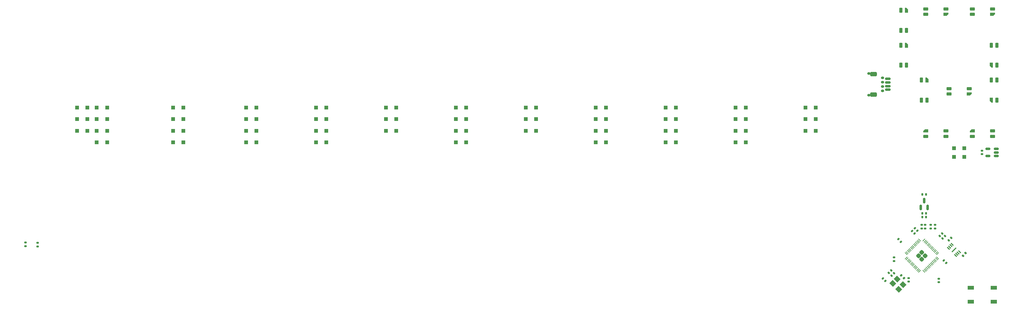
<source format=gbr>
%TF.GenerationSoftware,KiCad,Pcbnew,8.0.5*%
%TF.CreationDate,2024-11-01T20:21:53+01:00*%
%TF.ProjectId,eurovISOn,6575726f-7649-4534-9f6e-2e6b69636164,rev?*%
%TF.SameCoordinates,Original*%
%TF.FileFunction,Paste,Bot*%
%TF.FilePolarity,Positive*%
%FSLAX46Y46*%
G04 Gerber Fmt 4.6, Leading zero omitted, Abs format (unit mm)*
G04 Created by KiCad (PCBNEW 8.0.5) date 2024-11-01 20:21:53*
%MOMM*%
%LPD*%
G01*
G04 APERTURE LIST*
G04 Aperture macros list*
%AMRoundRect*
0 Rectangle with rounded corners*
0 $1 Rounding radius*
0 $2 $3 $4 $5 $6 $7 $8 $9 X,Y pos of 4 corners*
0 Add a 4 corners polygon primitive as box body*
4,1,4,$2,$3,$4,$5,$6,$7,$8,$9,$2,$3,0*
0 Add four circle primitives for the rounded corners*
1,1,$1+$1,$2,$3*
1,1,$1+$1,$4,$5*
1,1,$1+$1,$6,$7*
1,1,$1+$1,$8,$9*
0 Add four rect primitives between the rounded corners*
20,1,$1+$1,$2,$3,$4,$5,0*
20,1,$1+$1,$4,$5,$6,$7,0*
20,1,$1+$1,$6,$7,$8,$9,0*
20,1,$1+$1,$8,$9,$2,$3,0*%
%AMRotRect*
0 Rectangle, with rotation*
0 The origin of the aperture is its center*
0 $1 length*
0 $2 width*
0 $3 Rotation angle, in degrees counterclockwise*
0 Add horizontal line*
21,1,$1,$2,0,0,$3*%
%AMFreePoly0*
4,1,18,-0.410000,0.593000,-0.403758,0.624380,-0.385983,0.650983,-0.359380,0.668758,-0.328000,0.675000,0.328000,0.675000,0.359380,0.668758,0.385983,0.650983,0.403758,0.624380,0.410000,0.593000,0.410000,-0.593000,0.403758,-0.624380,0.385983,-0.650983,0.359380,-0.668758,0.328000,-0.675000,0.000000,-0.675000,-0.410000,-0.265000,-0.410000,0.593000,-0.410000,0.593000,$1*%
G04 Aperture macros list end*
%ADD10RoundRect,0.150000X0.150000X-0.587500X0.150000X0.587500X-0.150000X0.587500X-0.150000X-0.587500X0*%
%ADD11RoundRect,0.250000X0.300000X0.300000X-0.300000X0.300000X-0.300000X-0.300000X0.300000X-0.300000X0*%
%ADD12RoundRect,0.140000X-0.219203X-0.021213X-0.021213X-0.219203X0.219203X0.021213X0.021213X0.219203X0*%
%ADD13RoundRect,0.082000X-0.328000X-0.593000X0.328000X-0.593000X0.328000X0.593000X-0.328000X0.593000X0*%
%ADD14FreePoly0,0.000000*%
%ADD15RoundRect,0.140000X0.219203X0.021213X0.021213X0.219203X-0.219203X-0.021213X-0.021213X-0.219203X0*%
%ADD16RoundRect,0.082000X-0.593000X0.328000X-0.593000X-0.328000X0.593000X-0.328000X0.593000X0.328000X0*%
%ADD17FreePoly0,270.000000*%
%ADD18RoundRect,0.250000X-0.300000X-0.300000X0.300000X-0.300000X0.300000X0.300000X-0.300000X0.300000X0*%
%ADD19RoundRect,0.082000X0.328000X0.593000X-0.328000X0.593000X-0.328000X-0.593000X0.328000X-0.593000X0*%
%ADD20FreePoly0,180.000000*%
%ADD21RoundRect,0.140000X-0.170000X0.140000X-0.170000X-0.140000X0.170000X-0.140000X0.170000X0.140000X0*%
%ADD22RoundRect,0.135000X-0.185000X0.135000X-0.185000X-0.135000X0.185000X-0.135000X0.185000X0.135000X0*%
%ADD23RoundRect,0.150000X0.625000X-0.150000X0.625000X0.150000X-0.625000X0.150000X-0.625000X-0.150000X0*%
%ADD24RoundRect,0.250000X0.650000X-0.350000X0.650000X0.350000X-0.650000X0.350000X-0.650000X-0.350000X0*%
%ADD25RoundRect,0.250000X0.413257X0.000000X0.000000X0.413257X-0.413257X0.000000X0.000000X-0.413257X0*%
%ADD26RoundRect,0.050000X0.309359X-0.238649X-0.238649X0.309359X-0.309359X0.238649X0.238649X-0.309359X0*%
%ADD27RoundRect,0.050000X0.309359X0.238649X0.238649X0.309359X-0.309359X-0.238649X-0.238649X-0.309359X0*%
%ADD28RoundRect,0.140000X0.170000X-0.140000X0.170000X0.140000X-0.170000X0.140000X-0.170000X-0.140000X0*%
%ADD29RoundRect,0.082000X0.593000X-0.328000X0.593000X0.328000X-0.593000X0.328000X-0.593000X-0.328000X0*%
%ADD30FreePoly0,90.000000*%
%ADD31RoundRect,0.150000X0.512500X0.150000X-0.512500X0.150000X-0.512500X-0.150000X0.512500X-0.150000X0*%
%ADD32RoundRect,0.140000X0.021213X-0.219203X0.219203X-0.021213X-0.021213X0.219203X-0.219203X0.021213X0*%
%ADD33RoundRect,0.135000X0.185000X-0.135000X0.185000X0.135000X-0.185000X0.135000X-0.185000X-0.135000X0*%
%ADD34RoundRect,0.140000X-0.140000X-0.170000X0.140000X-0.170000X0.140000X0.170000X-0.140000X0.170000X0*%
%ADD35RotRect,1.400000X1.200000X315.000000*%
%ADD36RoundRect,0.140000X0.140000X0.170000X-0.140000X0.170000X-0.140000X-0.170000X0.140000X-0.170000X0*%
%ADD37RoundRect,0.135000X-0.226274X-0.035355X-0.035355X-0.226274X0.226274X0.035355X0.035355X0.226274X0*%
%ADD38RotRect,0.900000X0.300000X135.000000*%
%ADD39RotRect,1.650000X0.250000X45.000000*%
%ADD40RoundRect,0.150000X0.275000X-0.150000X0.275000X0.150000X-0.275000X0.150000X-0.275000X-0.150000X0*%
%ADD41RoundRect,0.175000X0.225000X-0.175000X0.225000X0.175000X-0.225000X0.175000X-0.225000X-0.175000X0*%
%ADD42RoundRect,0.140000X-0.021213X0.219203X-0.219203X0.021213X0.021213X-0.219203X0.219203X-0.021213X0*%
%ADD43RoundRect,0.135000X0.035355X-0.226274X0.226274X-0.035355X-0.035355X0.226274X-0.226274X0.035355X0*%
%ADD44R,1.700000X1.000000*%
G04 APERTURE END LIST*
D10*
%TO.C,U4*%
X263681250Y-73312500D03*
X261781250Y-73312500D03*
X262731250Y-71437500D03*
%TD*%
D11*
%TO.C,D3*%
X60931250Y-46037500D03*
X58131250Y-46037500D03*
%TD*%
D12*
%TO.C,C3*%
X251460141Y-92668543D03*
X252138963Y-93347365D03*
%TD*%
D13*
%TO.C,LED2*%
X282531250Y-38550000D03*
X281031250Y-38550000D03*
X282531250Y-44000000D03*
D14*
X281031250Y-44000000D03*
%TD*%
D11*
%TO.C,D40*%
X60931250Y-55562500D03*
X58131250Y-55562500D03*
%TD*%
D15*
%TO.C,C9*%
X260853629Y-79683280D03*
X260174807Y-79004458D03*
%TD*%
D16*
%TO.C,LED1*%
X281331250Y-53931250D03*
X281331250Y-52431250D03*
X275881250Y-53931250D03*
D17*
X275881250Y-52431250D03*
%TD*%
D11*
%TO.C,D33*%
X156975000Y-52387500D03*
X154175000Y-52387500D03*
%TD*%
D18*
%TO.C,D14*%
X31937500Y-49212500D03*
X34737500Y-49212500D03*
%TD*%
%TO.C,D26*%
X31937500Y-52387500D03*
X34737500Y-52387500D03*
%TD*%
D19*
%TO.C,LED7*%
X256425000Y-34475000D03*
X257925000Y-34475000D03*
X256425000Y-29025000D03*
D20*
X257925000Y-29025000D03*
%TD*%
D21*
%TO.C,C2*%
X258514600Y-92592144D03*
X258514600Y-93552144D03*
%TD*%
D11*
%TO.C,D24*%
X214125000Y-49212500D03*
X211325000Y-49212500D03*
%TD*%
%TO.C,D42*%
X99825000Y-55562500D03*
X97025000Y-55562500D03*
%TD*%
D21*
%TO.C,C11*%
X266700000Y-92788750D03*
X266700000Y-93748750D03*
%TD*%
D11*
%TO.C,D23*%
X195075000Y-49212500D03*
X192275000Y-49212500D03*
%TD*%
%TO.C,D28*%
X60931250Y-52387500D03*
X58131250Y-52387500D03*
%TD*%
%TO.C,D6*%
X118875000Y-46037500D03*
X116075000Y-46037500D03*
%TD*%
D13*
%TO.C,LED3*%
X282531250Y-29025000D03*
X281031250Y-29025000D03*
X282531250Y-34475000D03*
D14*
X281031250Y-34475000D03*
%TD*%
D22*
%TO.C,R5*%
X264475000Y-78071250D03*
X264475000Y-79091250D03*
%TD*%
D11*
%TO.C,D4*%
X80775000Y-46037500D03*
X77975000Y-46037500D03*
%TD*%
%TO.C,D7*%
X137925000Y-46037500D03*
X135125000Y-46037500D03*
%TD*%
%TO.C,D10*%
X195075000Y-46037500D03*
X192275000Y-46037500D03*
%TD*%
%TO.C,D9*%
X176025000Y-46037500D03*
X173225000Y-46037500D03*
%TD*%
D16*
%TO.C,LED9*%
X268631250Y-53931250D03*
X268631250Y-52431250D03*
X263181250Y-53931250D03*
D17*
X263181250Y-52431250D03*
%TD*%
D11*
%TO.C,D25*%
X233175000Y-49212500D03*
X230375000Y-49212500D03*
%TD*%
%TO.C,D22*%
X176025000Y-49212500D03*
X173225000Y-49212500D03*
%TD*%
D23*
%TO.C,J2*%
X252825000Y-41187500D03*
X252825000Y-40187500D03*
X252825000Y-39187500D03*
X252825000Y-38187500D03*
D24*
X248950000Y-42487500D03*
X248950000Y-36887500D03*
%TD*%
D25*
%TO.C,U3*%
X262093750Y-87420311D03*
X262995311Y-86518750D03*
X261192189Y-86518750D03*
X262093750Y-85617189D03*
D26*
X266362907Y-87110952D03*
X266080064Y-87393795D03*
X265797222Y-87676637D03*
X265514379Y-87959480D03*
X265231536Y-88242323D03*
X264948694Y-88525165D03*
X264665851Y-88808008D03*
X264383008Y-89090851D03*
X264100165Y-89373694D03*
X263817323Y-89656536D03*
X263534480Y-89939379D03*
X263251637Y-90222222D03*
X262968795Y-90505064D03*
X262685952Y-90787907D03*
D27*
X261501548Y-90787907D03*
X261218705Y-90505064D03*
X260935863Y-90222222D03*
X260653020Y-89939379D03*
X260370177Y-89656536D03*
X260087335Y-89373694D03*
X259804492Y-89090851D03*
X259521649Y-88808008D03*
X259238806Y-88525165D03*
X258955964Y-88242323D03*
X258673121Y-87959480D03*
X258390278Y-87676637D03*
X258107436Y-87393795D03*
X257824593Y-87110952D03*
D26*
X257824593Y-85926548D03*
X258107436Y-85643705D03*
X258390278Y-85360863D03*
X258673121Y-85078020D03*
X258955964Y-84795177D03*
X259238806Y-84512335D03*
X259521649Y-84229492D03*
X259804492Y-83946649D03*
X260087335Y-83663806D03*
X260370177Y-83380964D03*
X260653020Y-83098121D03*
X260935863Y-82815278D03*
X261218705Y-82532436D03*
X261501548Y-82249593D03*
D27*
X262685952Y-82249593D03*
X262968795Y-82532436D03*
X263251637Y-82815278D03*
X263534480Y-83098121D03*
X263817323Y-83380964D03*
X264100165Y-83663806D03*
X264383008Y-83946649D03*
X264665851Y-84229492D03*
X264948694Y-84512335D03*
X265231536Y-84795177D03*
X265514379Y-85078020D03*
X265797222Y-85360863D03*
X266080064Y-85643705D03*
X266362907Y-85926548D03*
%TD*%
D11*
%TO.C,D31*%
X118875000Y-52387500D03*
X116075000Y-52387500D03*
%TD*%
%TO.C,D12*%
X233175000Y-46037500D03*
X230375000Y-46037500D03*
%TD*%
D28*
%TO.C,C8*%
X262093750Y-79061250D03*
X262093750Y-78101250D03*
%TD*%
%TO.C,C1*%
X278473876Y-58774739D03*
X278473876Y-57814739D03*
%TD*%
D29*
%TO.C,LED10*%
X269531250Y-40850000D03*
X269531250Y-42350000D03*
X274981250Y-40850000D03*
D30*
X274981250Y-42350000D03*
%TD*%
D31*
%TO.C,U1*%
X282336376Y-57344739D03*
X282336376Y-58294739D03*
X282336376Y-59244739D03*
X280061376Y-59244739D03*
X280061376Y-57344739D03*
%TD*%
D32*
%TO.C,C18*%
X269409646Y-82283577D03*
X270088468Y-81604755D03*
%TD*%
D15*
%TO.C,C10*%
X260146324Y-80447636D03*
X259467502Y-79768814D03*
%TD*%
D29*
%TO.C,LED5*%
X263181250Y-19093750D03*
X263181250Y-20593750D03*
X268631250Y-19093750D03*
D30*
X268631250Y-20593750D03*
%TD*%
D33*
%TO.C,R1*%
X254493750Y-87981250D03*
X254493750Y-86961250D03*
%TD*%
D11*
%TO.C,D29*%
X80775000Y-52387500D03*
X77975000Y-52387500D03*
%TD*%
D34*
%TO.C,C16*%
X262251250Y-69800000D03*
X263211250Y-69800000D03*
%TD*%
D35*
%TO.C,Y1*%
X255408364Y-92877185D03*
X256963999Y-94432820D03*
X255761918Y-95634901D03*
X254206283Y-94079266D03*
%TD*%
D34*
%TO.C,C7*%
X262251250Y-74950000D03*
X263211250Y-74950000D03*
%TD*%
D32*
%TO.C,C15*%
X266971082Y-81108955D03*
X267649904Y-80430133D03*
%TD*%
D11*
%TO.C,D18*%
X99825000Y-49212500D03*
X97025000Y-49212500D03*
%TD*%
D36*
%TO.C,C17*%
X263211250Y-75943750D03*
X262251250Y-75943750D03*
%TD*%
D11*
%TO.C,D39*%
X40106250Y-55562500D03*
X37306250Y-55562500D03*
%TD*%
D37*
%TO.C,R6*%
X256492578Y-91898451D03*
X257213826Y-92619699D03*
%TD*%
D22*
%TO.C,R4*%
X265662500Y-78071250D03*
X265662500Y-79091250D03*
%TD*%
D11*
%TO.C,D8*%
X156975000Y-46037500D03*
X154175000Y-46037500D03*
%TD*%
%TO.C,D16*%
X60931250Y-49212500D03*
X58131250Y-49212500D03*
%TD*%
D38*
%TO.C,IC1*%
X272345280Y-85390869D03*
X271991726Y-85744423D03*
X271638173Y-86097976D03*
X271284619Y-86451530D03*
X269304720Y-84471631D03*
X269658274Y-84118077D03*
X270011827Y-83764524D03*
X270365381Y-83410970D03*
D39*
X270825000Y-84931250D03*
%TD*%
D11*
%TO.C,D35*%
X195075000Y-52387500D03*
X192275000Y-52387500D03*
%TD*%
D40*
%TO.C,J3*%
X251425000Y-41487500D03*
X251425000Y-40287500D03*
X251425000Y-39087500D03*
X251425000Y-37887500D03*
D41*
X247650000Y-42637500D03*
X247650000Y-36737500D03*
%TD*%
D11*
%TO.C,D46*%
X214125000Y-55562500D03*
X211325000Y-55562500D03*
%TD*%
D18*
%TO.C,D1*%
X31937500Y-46037500D03*
X34737500Y-46037500D03*
%TD*%
D12*
%TO.C,C13*%
X268104339Y-87766839D03*
X268783161Y-88445661D03*
%TD*%
D11*
%TO.C,D2*%
X40106250Y-46037500D03*
X37306250Y-46037500D03*
%TD*%
%TO.C,D37*%
X233175000Y-52387500D03*
X230375000Y-52387500D03*
%TD*%
%TO.C,D13*%
X273656250Y-57150000D03*
X270856250Y-57150000D03*
%TD*%
%TO.C,D15*%
X40106250Y-49212500D03*
X37306250Y-49212500D03*
%TD*%
%TO.C,D43*%
X137925000Y-55562500D03*
X135125000Y-55562500D03*
%TD*%
D42*
%TO.C,C6*%
X253754001Y-90521133D03*
X253075179Y-91199955D03*
%TD*%
D22*
%TO.C,R8*%
X17893094Y-82909862D03*
X17893094Y-83929862D03*
%TD*%
D11*
%TO.C,D41*%
X80775000Y-55562500D03*
X77975000Y-55562500D03*
%TD*%
%TO.C,D45*%
X195075000Y-55562500D03*
X192275000Y-55562500D03*
%TD*%
D29*
%TO.C,LED4*%
X275881250Y-19093750D03*
X275881250Y-20593750D03*
X281331250Y-19093750D03*
D30*
X281331250Y-20593750D03*
%TD*%
D11*
%TO.C,D17*%
X80775000Y-49212500D03*
X77975000Y-49212500D03*
%TD*%
%TO.C,D38*%
X273656250Y-59531250D03*
X270856250Y-59531250D03*
%TD*%
%TO.C,D20*%
X137925000Y-49212500D03*
X135125000Y-49212500D03*
%TD*%
%TO.C,D34*%
X176025000Y-52387500D03*
X173225000Y-52387500D03*
%TD*%
%TO.C,D21*%
X156975000Y-49212500D03*
X154175000Y-49212500D03*
%TD*%
%TO.C,D36*%
X214125000Y-52387500D03*
X211325000Y-52387500D03*
%TD*%
D28*
%TO.C,C4*%
X263016372Y-79061250D03*
X263016372Y-78101250D03*
%TD*%
D11*
%TO.C,D44*%
X176025000Y-55562500D03*
X173225000Y-55562500D03*
%TD*%
D15*
%TO.C,C12*%
X256418568Y-82676050D03*
X255739746Y-81997228D03*
%TD*%
D11*
%TO.C,D30*%
X99825000Y-52387500D03*
X97025000Y-52387500D03*
%TD*%
%TO.C,D11*%
X214125000Y-46037500D03*
X211325000Y-46037500D03*
%TD*%
D42*
%TO.C,C14*%
X254497562Y-91239171D03*
X253818740Y-91917993D03*
%TD*%
D11*
%TO.C,D5*%
X99825000Y-46037500D03*
X97025000Y-46037500D03*
%TD*%
D19*
%TO.C,LED6*%
X256425000Y-24950000D03*
X257925000Y-24950000D03*
X256425000Y-19500000D03*
D20*
X257925000Y-19500000D03*
%TD*%
D11*
%TO.C,D32*%
X137925000Y-52387500D03*
X135125000Y-52387500D03*
%TD*%
%TO.C,D27*%
X40106250Y-52387500D03*
X37306250Y-52387500D03*
%TD*%
D32*
%TO.C,C5*%
X267764689Y-81797709D03*
X268443511Y-81118887D03*
%TD*%
D19*
%TO.C,LED8*%
X261981250Y-44000000D03*
X263481250Y-44000000D03*
X261981250Y-38550000D03*
D20*
X263481250Y-38550000D03*
%TD*%
D43*
%TO.C,R9*%
X273313268Y-86503380D03*
X274034516Y-85782132D03*
%TD*%
D44*
%TO.C,SW1*%
X275431250Y-99075000D03*
X281731250Y-99075000D03*
X275431250Y-95275000D03*
X281731250Y-95275000D03*
%TD*%
D22*
%TO.C,R10*%
X21205000Y-82943750D03*
X21205000Y-83963750D03*
%TD*%
D11*
%TO.C,D19*%
X118875000Y-49212500D03*
X116075000Y-49212500D03*
%TD*%
M02*

</source>
